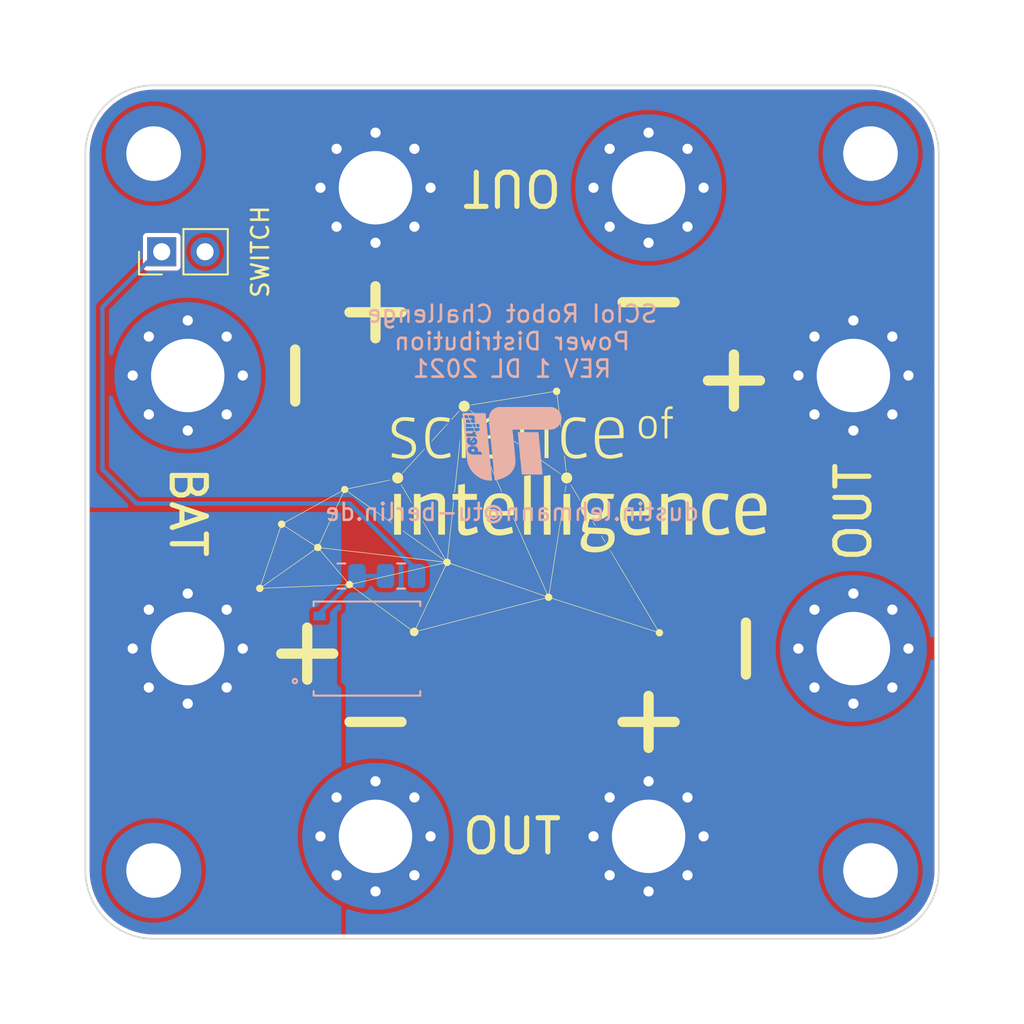
<source format=kicad_pcb>
(kicad_pcb (version 20211014) (generator pcbnew)
  (layers (0 "F.Cu" signal) (31 "B.Cu" signal) (34 "B.Paste" user) (35 "F.Paste" user) (36 "B.SilkS" user "B.Silkscreen") (37 "F.SilkS" user "F.Silkscreen") (38 "B.Mask" user) (39 "F.Mask" user) (44 "Edge.Cuts" user))
  (net 0 "")
  (net 1 "V_PWR")
  (net 2 "GND")
  (net 3 "V_BAT")
  (net 4 "Net-(J1-Pad1)")
  (net 5 "Net-(R1-Pad2)")
  (footprint "Connector_PinHeader_2.54mm:PinHeader_1x02_P2.54mm_Vertical" (layer "F.Cu") (at 154.475 84.75 90)
    (fp_text reference "J1" hide)
    (fp_text value "SWITCH")
    (pad "1" thru_hole rect locked (at 0 0 90) (size 1.7 1.7) (drill 1) (layers *.Cu *.Mask) (net 4 "Net-(J1-Pad1)"))
    (pad "2" thru_hole oval locked (at 0 2.54 90) (size 1.7 1.7) (drill 1) (layers *.Cu *.Mask) (net 2 "GND"))
  )
  (footprint "MountingHole:MountingHole_3.2mm_M3_DIN965_Pad" (layer "F.Cu") (at 154 79)
    (fp_text reference "H10" hide)
    (fp_text value "M")
    (pad "1" thru_hole circle locked (at 0 0) (size 5.6 5.6) (drill 3.2) (layers *.Cu *.Mask) (net 2 "GND"))
  )
  (footprint "MountingHole:MountingHole_4.3mm_M4_Pad_Via" (layer "F.Cu") (at 183 81)
    (fp_text reference "H3" hide)
    (fp_text value "PWR")
    (pad "1" thru_hole circle locked (at -2.280419 2.280419) (size 0.9 0.9) (drill 0.6) (layers *.Cu *.Mask) (net 2 "GND"))
    (pad "1" thru_hole circle locked (at 0 3.225) (size 0.9 0.9) (drill 0.6) (layers *.Cu *.Mask) (net 2 "GND"))
    (pad "1" thru_hole circle locked (at -3.225 0) (size 0.9 0.9) (drill 0.6) (layers *.Cu *.Mask) (net 2 "GND"))
    (pad "1" thru_hole circle locked (at -2.280419 -2.280419) (size 0.9 0.9) (drill 0.6) (layers *.Cu *.Mask) (net 2 "GND"))
    (pad "1" thru_hole circle locked (at 0 0) (size 8.6 8.6) (drill 4.3) (layers *.Cu *.Mask) (net 2 "GND"))
    (pad "1" thru_hole circle locked (at 2.280419 -2.280419) (size 0.9 0.9) (drill 0.6) (layers *.Cu *.Mask) (net 2 "GND"))
    (pad "1" thru_hole circle locked (at 0 -3.225) (size 0.9 0.9) (drill 0.6) (layers *.Cu *.Mask) (net 2 "GND"))
    (pad "1" thru_hole circle locked (at 3.225 0) (size 0.9 0.9) (drill 0.6) (layers *.Cu *.Mask) (net 2 "GND"))
    (pad "1" thru_hole circle locked (at 2.280419 2.280419) (size 0.9 0.9) (drill 0.6) (layers *.Cu *.Mask) (net 2 "GND"))
  )
  (footprint "MountingHole:MountingHole_4.3mm_M4_Pad_Via" (layer "F.Cu") (at 167 81)
    (fp_text reference "H4" hide)
    (fp_text value "GND")
    (pad "1" thru_hole circle locked (at -2.280419 2.280419) (size 0.9 0.9) (drill 0.6) (layers *.Cu *.Mask) (net 1 "V_PWR"))
    (pad "1" thru_hole circle locked (at 3.225 0) (size 0.9 0.9) (drill 0.6) (layers *.Cu *.Mask) (net 1 "V_PWR"))
    (pad "1" thru_hole circle locked (at -3.225 0) (size 0.9 0.9) (drill 0.6) (layers *.Cu *.Mask) (net 1 "V_PWR"))
    (pad "1" thru_hole circle locked (at 2.280419 2.280419) (size 0.9 0.9) (drill 0.6) (layers *.Cu *.Mask) (net 1 "V_PWR"))
    (pad "1" thru_hole circle locked (at -2.280419 -2.280419) (size 0.9 0.9) (drill 0.6) (layers *.Cu *.Mask) (net 1 "V_PWR"))
    (pad "1" thru_hole circle locked (at 0 -3.225) (size 0.9 0.9) (drill 0.6) (layers *.Cu *.Mask) (net 1 "V_PWR"))
    (pad "1" thru_hole circle locked (at 2.280419 -2.280419) (size 0.9 0.9) (drill 0.6) (layers *.Cu *.Mask) (net 1 "V_PWR"))
    (pad "1" thru_hole circle locked (at 0 0) (size 8.6 8.6) (drill 4.3) (layers *.Cu *.Mask) (net 1 "V_PWR"))
    (pad "1" thru_hole circle locked (at 0 3.225) (size 0.9 0.9) (drill 0.6) (layers *.Cu *.Mask) (net 1 "V_PWR"))
  )
  (footprint "MountingHole:MountingHole_3.2mm_M3_DIN965_Pad" (layer "F.Cu") (at 196 79)
    (fp_text reference "H12" hide)
    (fp_text value "M")
    (pad "1" thru_hole circle locked (at 0 0) (size 5.6 5.6) (drill 3.2) (layers *.Cu *.Mask) (net 2 "GND"))
  )
  (footprint "MountingHole:MountingHole_4.3mm_M4_Pad_Via" (layer "F.Cu") (at 183 119)
    (fp_text reference "H8" hide)
    (fp_text value "GND")
    (pad "1" thru_hole circle locked (at -3.225 0) (size 0.9 0.9) (drill 0.6) (layers *.Cu *.Mask) (net 1 "V_PWR"))
    (pad "1" thru_hole circle locked (at 0 3.225) (size 0.9 0.9) (drill 0.6) (layers *.Cu *.Mask) (net 1 "V_PWR"))
    (pad "1" thru_hole circle locked (at 2.280419 2.280419) (size 0.9 0.9) (drill 0.6) (layers *.Cu *.Mask) (net 1 "V_PWR"))
    (pad "1" thru_hole circle locked (at 0 -3.225) (size 0.9 0.9) (drill 0.6) (layers *.Cu *.Mask) (net 1 "V_PWR"))
    (pad "1" thru_hole circle locked (at 3.225 0) (size 0.9 0.9) (drill 0.6) (layers *.Cu *.Mask) (net 1 "V_PWR"))
    (pad "1" thru_hole circle locked (at -2.280419 2.280419) (size 0.9 0.9) (drill 0.6) (layers *.Cu *.Mask) (net 1 "V_PWR"))
    (pad "1" thru_hole circle locked (at 0 0) (size 8.6 8.6) (drill 4.3) (layers *.Cu *.Mask) (net 1 "V_PWR"))
    (pad "1" thru_hole circle locked (at -2.280419 -2.280419) (size 0.9 0.9) (drill 0.6) (layers *.Cu *.Mask) (net 1 "V_PWR"))
    (pad "1" thru_hole circle locked (at 2.280419 -2.280419) (size 0.9 0.9) (drill 0.6) (layers *.Cu *.Mask) (net 1 "V_PWR"))
  )
  (footprint "MountingHole:MountingHole_4.3mm_M4_Pad_Via" (layer "F.Cu") (at 195 108)
    (fp_text reference "H5" hide)
    (fp_text value "PWR")
    (pad "1" thru_hole circle locked (at 2.280419 2.280419) (size 0.9 0.9) (drill 0.6) (layers *.Cu *.Mask) (net 2 "GND"))
    (pad "1" thru_hole circle locked (at 3.225 0) (size 0.9 0.9) (drill 0.6) (layers *.Cu *.Mask) (net 2 "GND"))
    (pad "1" thru_hole circle locked (at 0 -3.225) (size 0.9 0.9) (drill 0.6) (layers *.Cu *.Mask) (net 2 "GND"))
    (pad "1" thru_hole circle locked (at 2.280419 -2.280419) (size 0.9 0.9) (drill 0.6) (layers *.Cu *.Mask) (net 2 "GND"))
    (pad "1" thru_hole circle locked (at -3.225 0) (size 0.9 0.9) (drill 0.6) (layers *.Cu *.Mask) (net 2 "GND"))
    (pad "1" thru_hole circle locked (at 0 0) (size 8.6 8.6) (drill 4.3) (layers *.Cu *.Mask) (net 2 "GND"))
    (pad "1" thru_hole circle locked (at -2.280419 -2.280419) (size 0.9 0.9) (drill 0.6) (layers *.Cu *.Mask) (net 2 "GND"))
    (pad "1" thru_hole circle locked (at 0 3.225) (size 0.9 0.9) (drill 0.6) (layers *.Cu *.Mask) (net 2 "GND"))
    (pad "1" thru_hole circle locked (at -2.280419 2.280419) (size 0.9 0.9) (drill 0.6) (layers *.Cu *.Mask) (net 2 "GND"))
  )
  (footprint "MountingHole:MountingHole_3.2mm_M3_DIN965_Pad" (layer "F.Cu") (at 154 121)
    (fp_text reference "H11" hide)
    (fp_text value "M")
    (pad "1" thru_hole circle locked (at 0 0) (size 5.6 5.6) (drill 3.2) (layers *.Cu *.Mask) (net 2 "GND"))
  )
  (footprint "MountingHole:MountingHole_4.3mm_M4_Pad_Via" (layer "F.Cu") (at 156 108)
    (fp_text reference "H6" hide)
    (fp_text value "GND")
    (pad "1" thru_hole circle locked (at 3.225 0) (size 0.9 0.9) (drill 0.6) (layers *.Cu *.Mask) (net 3 "V_BAT"))
    (pad "1" thru_hole circle locked (at 0 3.225) (size 0.9 0.9) (drill 0.6) (layers *.Cu *.Mask) (net 3 "V_BAT"))
    (pad "1" thru_hole circle locked (at -3.225 0) (size 0.9 0.9) (drill 0.6) (layers *.Cu *.Mask) (net 3 "V_BAT"))
    (pad "1" thru_hole circle locked (at 2.280419 2.280419) (size 0.9 0.9) (drill 0.6) (layers *.Cu *.Mask) (net 3 "V_BAT"))
    (pad "1" thru_hole circle locked (at -2.280419 2.280419) (size 0.9 0.9) (drill 0.6) (layers *.Cu *.Mask) (net 3 "V_BAT"))
    (pad "1" thru_hole circle locked (at 2.280419 -2.280419) (size 0.9 0.9) (drill 0.6) (layers *.Cu *.Mask) (net 3 "V_BAT"))
    (pad "1" thru_hole circle locked (at 0 0) (size 8.6 8.6) (drill 4.3) (layers *.Cu *.Mask) (net 3 "V_BAT"))
    (pad "1" thru_hole circle locked (at -2.280419 -2.280419) (size 0.9 0.9) (drill 0.6) (layers *.Cu *.Mask) (net 3 "V_BAT"))
    (pad "1" thru_hole circle locked (at 0 -3.225) (size 0.9 0.9) (drill 0.6) (layers *.Cu *.Mask) (net 3 "V_BAT"))
  )
  (footprint "MountingHole:MountingHole_3.2mm_M3_DIN965_Pad" (layer "F.Cu") (at 196 121)
    (fp_text reference "H9" hide)
    (fp_text value "M")
    (pad "1" thru_hole circle locked (at 0 0) (size 5.6 5.6) (drill 3.2) (layers *.Cu *.Mask) (net 2 "GND"))
  )
  (footprint "MountingHole:MountingHole_4.3mm_M4_Pad_Via" (layer "F.Cu") (at 195 92)
    (fp_text reference "H2" hide)
    (fp_text value "GND")
    (pad "1" thru_hole circle locked (at 3.225 0) (size 0.9 0.9) (drill 0.6) (layers *.Cu *.Mask) (net 1 "V_PWR"))
    (pad "1" thru_hole circle locked (at -2.280419 2.280419) (size 0.9 0.9) (drill 0.6) (layers *.Cu *.Mask) (net 1 "V_PWR"))
    (pad "1" thru_hole circle locked (at -2.280419 -2.280419) (size 0.9 0.9) (drill 0.6) (layers *.Cu *.Mask) (net 1 "V_PWR"))
    (pad "1" thru_hole circle locked (at 2.280419 -2.280419) (size 0.9 0.9) (drill 0.6) (layers *.Cu *.Mask) (net 1 "V_PWR"))
    (pad "1" thru_hole circle locked (at 0 -3.225) (size 0.9 0.9) (drill 0.6) (layers *.Cu *.Mask) (net 1 "V_PWR"))
    (pad "1" thru_hole circle locked (at 2.280419 2.280419) (size 0.9 0.9) (drill 0.6) (layers *.Cu *.Mask) (net 1 "V_PWR"))
    (pad "1" thru_hole circle locked (at 0 3.225) (size 0.9 0.9) (drill 0.6) (layers *.Cu *.Mask) (net 1 "V_PWR"))
    (pad "1" thru_hole circle locked (at 0 0) (size 8.6 8.6) (drill 4.3) (layers *.Cu *.Mask) (net 1 "V_PWR"))
    (pad "1" thru_hole circle locked (at -3.225 0) (size 0.9 0.9) (drill 0.6) (layers *.Cu *.Mask) (net 1 "V_PWR"))
  )
  (footprint "logos:scioi_logo_30" (layer "F.Cu") (at 175 100)
    (fp_text reference "G***" hide)
    (fp_text value "LOGO" hide)
  )
  (footprint "MountingHole:MountingHole_4.3mm_M4_Pad_Via" (layer "F.Cu") (at 156 92)
    (fp_text reference "H1" hide)
    (fp_text value "PWR")
    (pad "1" thru_hole circle locked (at 2.280419 2.280419) (size 0.9 0.9) (drill 0.6) (layers *.Cu *.Mask) (net 2 "GND"))
    (pad "1" thru_hole circle locked (at 2.280419 -2.280419) (size 0.9 0.9) (drill 0.6) (layers *.Cu *.Mask) (net 2 "GND"))
    (pad "1" thru_hole circle locked (at -3.225 0) (size 0.9 0.9) (drill 0.6) (layers *.Cu *.Mask) (net 2 "GND"))
    (pad "1" thru_hole circle locked (at 0 3.225) (size 0.9 0.9) (drill 0.6) (layers *.Cu *.Mask) (net 2 "GND"))
    (pad "1" thru_hole circle locked (at 0 0) (size 8.6 8.6) (drill 4.3) (layers *.Cu *.Mask) (net 2 "GND"))
    (pad "1" thru_hole circle locked (at -2.280419 -2.280419) (size 0.9 0.9) (drill 0.6) (layers *.Cu *.Mask) (net 2 "GND"))
    (pad "1" thru_hole circle locked (at 0 -3.225) (size 0.9 0.9) (drill 0.6) (layers *.Cu *.Mask) (net 2 "GND"))
    (pad "1" thru_hole circle locked (at -2.280419 2.280419) (size 0.9 0.9) (drill 0.6) (layers *.Cu *.Mask) (net 2 "GND"))
    (pad "1" thru_hole circle locked (at 3.225 0) (size 0.9 0.9) (drill 0.6) (layers *.Cu *.Mask) (net 2 "GND"))
  )
  (footprint "MountingHole:MountingHole_4.3mm_M4_Pad_Via" (layer "F.Cu") (at 167 119)
    (fp_text reference "H7" hide)
    (fp_text value "PWR")
    (pad "1" thru_hole circle locked (at 2.280419 -2.280419) (size 0.9 0.9) (drill 0.6) (layers *.Cu *.Mask) (net 2 "GND"))
    (pad "1" thru_hole circle locked (at -3.225 0) (size 0.9 0.9) (drill 0.6) (layers *.Cu *.Mask) (net 2 "GND"))
    (pad "1" thru_hole circle locked (at 3.225 0) (size 0.9 0.9) (drill 0.6) (layers *.Cu *.Mask) (net 2 "GND"))
    (pad "1" thru_hole circle locked (at 2.280419 2.280419) (size 0.9 0.9) (drill 0.6) (layers *.Cu *.Mask) (net 2 "GND"))
    (pad "1" thru_hole circle locked (at 0 -3.225) (size 0.9 0.9) (drill 0.6) (layers *.Cu *.Mask) (net 2 "GND"))
    (pad "1" thru_hole circle locked (at 0 3.225) (size 0.9 0.9) (drill 0.6) (layers *.Cu *.Mask) (net 2 "GND"))
    (pad "1" thru_hole circle locked (at 0 0) (size 8.6 8.6) (drill 4.3) (layers *.Cu *.Mask) (net 2 "GND"))
    (pad "1" thru_hole circle locked (at -2.280419 2.280419) (size 0.9 0.9) (drill 0.6) (layers *.Cu *.Mask) (net 2 "GND"))
    (pad "1" thru_hole circle locked (at -2.280419 -2.280419) (size 0.9 0.9) (drill 0.6) (layers *.Cu *.Mask) (net 2 "GND"))
  )
  (footprint "Resistor_SMD:R_0805_2012Metric" (layer "B.Cu") (at 165 103.75)
    (fp_text reference "R1" hide)
    (fp_text value "10k")
    (pad "1" smd roundrect locked (at -0.9125 0) (size 1.025 1.4) (layers "B.Cu" "B.Paste" "B.Mask") (roundrect_rratio 0.243902439) (net 3 "V_BAT"))
    (pad "2" smd roundrect locked (at 0.9125 0) (size 1.025 1.4) (layers "B.Cu" "B.Paste" "B.Mask") (roundrect_rratio 0.243902439) (net 5 "Net-(R1-Pad2)"))
  )
  (footprint "downloaded_parts:SI7137DP-T1-GE3" (layer "B.Cu") (at 166.5 108)
    (fp_text reference "U1" hide)
    (fp_text value "SI7137DP-T1-GE3" hide)
    (pad "1" smd rect (at -2.775001 1.905) (size 0.7112 0.508) (layers "B.Cu" "B.Paste" "B.Mask") (net 3 "V_BAT"))
    (pad "2" smd rect (at -2.775001 0.635) (size 0.7112 0.508) (layers "B.Cu" "B.Paste" "B.Mask") (net 3 "V_BAT"))
    (pad "3" smd rect (at -2.775001 -0.635) (size 0.7112 0.508) (layers "B.Cu" "B.Paste" "B.Mask") (net 3 "V_BAT"))
    (pad "4" smd rect (at -2.775001 -1.905) (size 0.7112 0.508) (layers "B.Cu" "B.Paste" "B.Mask") (net 5 "Net-(R1-Pad2)"))
    (pad "5" smd rect (at 2.775001 -1.905) (size 0.7112 0.508) (layers "B.Cu" "B.Paste" "B.Mask") (net 1 "V_PWR"))
    (pad "6" smd rect (at 2.775001 -0.635) (size 0.7112 0.508) (layers "B.Cu" "B.Paste" "B.Mask") (net 1 "V_PWR"))
    (pad "7" smd rect (at 2.775001 0.635) (size 0.7112 0.508) (layers "B.Cu" "B.Paste" "B.Mask") (net 1 "V_PWR"))
    (pad "8" smd rect (at 0.5 0) (size 4 4) (layers "B.Cu" "B.Paste" "B.Mask") (net 1 "V_PWR"))
    (pad "8" smd rect (at 2.775001 1.905) (size 0.7112 0.508) (layers "B.Cu" "B.Paste" "B.Mask") (net 1 "V_PWR"))
  )
  (footprint "logos:tub_6" (layer "B.Cu") (at 175 96 180)
    (fp_text reference "G***" hide)
    (fp_text value "LOGO" hide)
  )
  (footprint "Resistor_SMD:R_0805_2012Metric" (layer "B.Cu") (at 168.5 103.75)
    (fp_text reference "R2" hide)
    (fp_text value "10k")
    (pad "1" smd roundrect locked (at -0.9125 0) (size 1.025 1.4) (layers "B.Cu" "B.Paste" "B.Mask") (roundrect_rratio 0.243902439) (net 5 "Net-(R1-Pad2)"))
    (pad "2" smd roundrect locked (at 0.9125 0) (size 1.025 1.4) (layers "B.Cu" "B.Paste" "B.Mask") (roundrect_rratio 0.243902439) (net 4 "Net-(J1-Pad1)"))
  )
  (gr_circle (center 178.2 98) (end 178.45 98) (layer "F.SilkS") (width 0.15) (fill solid))
  (gr_circle (center 172.2 93.8) (end 172.45 93.8) (layer "F.SilkS") (width 0.15) (fill solid))
  (gr_circle (center 168.3 98) (end 168.55 98) (layer "F.SilkS") (width 0.15) (fill solid))
  (gr_line (start 154 125) (end 196 125) (layer "Edge.Cuts") (width 0.1))
  (gr_line (start 150 79) (end 150 121) (layer "Edge.Cuts") (width 0.1))
  (gr_line (start 200 121) (end 200 79) (layer "Edge.Cuts") (width 0.1))
  (gr_arc (start 154 125) (mid 151.171573 123.828427) (end 150 121) (layer "Edge.Cuts") (width 0.1))
  (gr_arc (start 150 79) (mid 151.171573 76.171573) (end 154 75) (layer "Edge.Cuts") (width 0.1))
  (gr_line (start 196 75) (end 154 75) (layer "Edge.Cuts") (width 0.1))
  (gr_arc (start 196 75) (mid 198.828427 76.171573) (end 200 79) (layer "Edge.Cuts") (width 0.1))
  (gr_arc (start 200 121) (mid 198.828427 123.828427) (end 196 125) (layer "Edge.Cuts") (width 0.1))
  (gr_text "dustin.lehmann@tu-berlin.de" (at 175 100) (layer "B.SilkS") (effects (font (size 1 1)) (justify mirror)))
  (gr_text "SCIoI Robot Challenge\nPower Distribution\nREV 1 DL 2021" (at 175 90) (layer "B.SilkS") (effects (font (size 1 1)) (justify mirror)))
  (gr_text "-" (at 162 92 90) (layer "F.SilkS") (effects (font (size 4 4) (thickness 0.6))))
  (gr_text "OUT" (at 175 81 180) (layer "F.SilkS") (effects (font (size 2 2) (thickness 0.3))))
  (gr_text "-" (at 189 108 270) (layer "F.SilkS") (effects (font (size 4 4) (thickness 0.6))))
  (gr_text "+" (at 167 88) (layer "F.SilkS") (effects (font (size 4 4) (thickness 0.6))))
  (gr_text "OUT" (at 175 119) (layer "F.SilkS") (effects (font (size 2 2) (thickness 0.3))))
  (gr_text "SWITCH" (at 160.25 84.75 90) (layer "F.SilkS") (effects (font (size 1 1))))
  (gr_text "BAT" (at 156 100 270) (layer "F.SilkS") (effects (font (size 2 2) (thickness 0.3))))
  (gr_text "+" (at 163 108) (layer "F.SilkS") (effects (font (size 4 4) (thickness 0.6))))
  (gr_text "+" (at 188 92) (layer "F.SilkS") (effects (font (size 4 4) (thickness 0.6))))
  (gr_text "+" (at 183 112) (layer "F.SilkS") (effects (font (size 4 4) (thickness 0.6))))
  (gr_text "-" (at 167 112) (layer "F.SilkS") (effects (font (size 4 4) (thickness 0.6))))
  (gr_text "-" (at 183 88 180) (layer "F.SilkS") (effects (font (size 4 4) (thickness 0.6))))
  (gr_text "OUT" (at 195 100 90) (layer "F.SilkS") (effects (font (size 2 2) (thickness 0.3))))
  (segment (start 153 99.5) (end 165.5 99.5) (width 0.25) (layer "B.Cu") (net 4))
  (segment (start 151 97.5) (end 153 99.5) (width 0.25) (layer "B.Cu") (net 4))
  (segment (start 169.4125 103.4125) (end 169.4125 103.75) (width 0.25) (layer "B.Cu") (net 4))
  (segment (start 151 88) (end 151 97.5) (width 0.25) (layer "B.Cu") (net 4))
  (segment (start 154.25 84.75) (end 151 88) (width 0.25) (layer "B.Cu") (net 4))
  (segment (start 154.475 84.75) (end 154.25 84.75) (width 0.25) (layer "B.Cu") (net 4))
  (segment (start 165.5 99.5) (end 169.4125 103.4125) (width 0.25) (layer "B.Cu") (net 4))
  (segment (start 163.724999 105.937501) (end 165.9125 103.75) (width 0.25) (layer "B.Cu") (net 5))
  (segment (start 163.724999 106.095) (end 163.724999 105.937501) (width 0.25) (layer "B.Cu") (net 5))
  (segment (start 167.5875 103.75) (end 165.9125 103.75) (width 0.25) (layer "B.Cu") (net 5))
  (zone (net 2) (net_name "GND") (layer "F.Cu") (priority 1) (connect_pads yes (clearance 0.254)) (min_thickness 0.254) (fill yes (thermal_gap 0.508) (thermal_bridge_width 0.508))
    (polygon (pts (xy 205 130) (xy 145 130) (xy 145 70) (xy 205 70)))
  )
  (zone (net 1) (net_name "V_PWR") (layer "B.Cu") (connect_pads yes (clearance 0.254)) (min_thickness 0.254) (fill yes (thermal_gap 0.508) (thermal_bridge_width 0.508))
    (polygon (pts (xy 205 130) (xy 145 130) (xy 145 70) (xy 205 70)))
  )
  (zone (net 3) (net_name "V_BAT") (layer "B.Cu") (priority 1) (connect_pads yes (clearance 0.254)) (min_thickness 0.254) (fill yes (thermal_gap 0.508) (thermal_bridge_width 0.508))
    (polygon (pts (xy 165 127.25) (xy 148.5 127.25) (xy 149.5 100) (xy 165 100)))
  )
)
</source>
